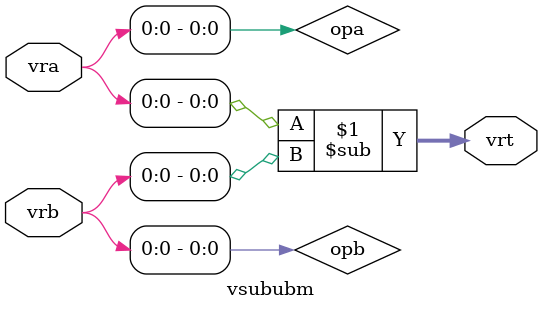
<source format=v>
module vsububm( vra, vrb, vrt );

input  [31 : 0] vra;
input  [31 : 0] vrb;
output [31 : 0] vrt;

wire   [31 : 0] vrt;

assign opa                  = {vra[31:24], vra[23:16], vra[15: 8], vra[ 7: 0]};
assign opb                  = {vrb[31:24], vrb[23:16], vrb[15: 8], vrb[ 7: 0]};
assign vrt                  = opa - opb;

endmodule

</source>
